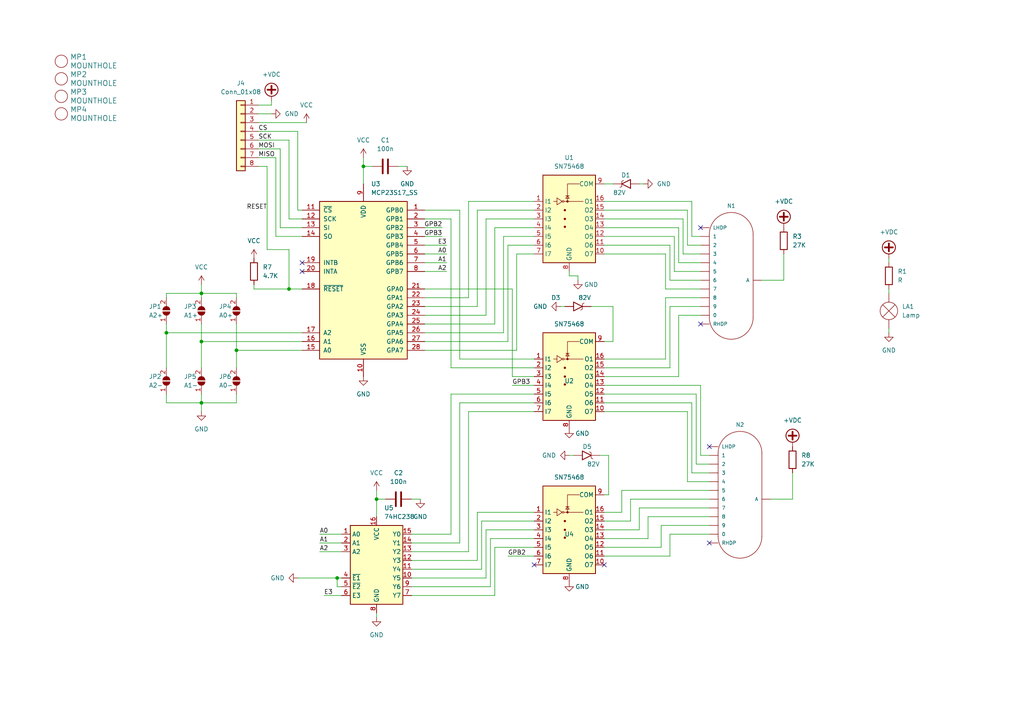
<source format=kicad_sch>
(kicad_sch (version 20230121) (generator eeschema)
  (paper "A4")
  (title_block (date "2017-06-29"))
  (lib_symbols
    (symbol "74xx:74HC238"
      (property "Reference" "U" (at -7.62 13.97 0))
      (property "Value" "74HC238" (at 2.54 -11.43 0))
      (symbol "74HC238_0_1"
        (rectangle (start -7.62 12.7) (end 7.62 -10.16) (stroke (width 0.254)) (fill (type background)))
      )
      (symbol "74HC238_1_1"
        (pin input line (at -10.16 10.16 0) (length 2.54) (name "A0") (number "1"))
        (pin output line (at 10.16 -2.54 180) (length 2.54) (name "Y5") (number "10"))
        (pin output line (at 10.16 0 180) (length 2.54) (name "Y4") (number "11"))
        (pin output line (at 10.16 2.54 180) (length 2.54) (name "Y3") (number "12"))
        (pin output line (at 10.16 5.08 180) (length 2.54) (name "Y2") (number "13"))
        (pin output line (at 10.16 7.62 180) (length 2.54) (name "Y1") (number "14"))
        (pin output line (at 10.16 10.16 180) (length 2.54) (name "Y0") (number "15"))
        (pin power_in line (at 0 15.24 270) (length 2.54) (name "VCC") (number "16"))
        (pin input line (at -10.16 7.62 0) (length 2.54) (name "A1") (number "2"))
        (pin input line (at -10.16 5.08 0) (length 2.54) (name "A2") (number "3"))
        (pin input line (at -10.16 -2.54 0) (length 2.54) (name "~{E1}") (number "4"))
        (pin input line (at -10.16 -5.08 0) (length 2.54) (name "~{E2}") (number "5"))
        (pin input line (at -10.16 -7.62 0) (length 2.54) (name "E3") (number "6"))
        (pin output line (at 10.16 -7.62 180) (length 2.54) (name "Y7") (number "7"))
        (pin power_in line (at 0 -12.7 90) (length 2.54) (name "GND") (number "8"))
        (pin output line (at 10.16 -5.08 180) (length 2.54) (name "Y6") (number "9"))
      )
    )
    (symbol "Connector_Generic:Conn_01x08" (pin_names (offset 1.016) hide)
      (property "Reference" "J" (at 0 10.16 0))
      (property "Value" "Conn_01x08" (at 0 -12.7 0))
      (symbol "Conn_01x08_1_1"
        (rectangle (start -1.27 -10.033) (end 0 -10.287) (stroke (width 0.1524)))
        (rectangle (start -1.27 -7.493) (end 0 -7.747) (stroke (width 0.1524)))
        (rectangle (start -1.27 -4.953) (end 0 -5.207) (stroke (width 0.1524)))
        (rectangle (start -1.27 -2.413) (end 0 -2.667) (stroke (width 0.1524)))
        (rectangle (start -1.27 0.127) (end 0 -0.127) (stroke (width 0.1524)))
        (rectangle (start -1.27 2.667) (end 0 2.413) (stroke (width 0.1524)))
        (rectangle (start -1.27 5.207) (end 0 4.953) (stroke (width 0.1524)))
        (rectangle (start -1.27 7.747) (end 0 7.493) (stroke (width 0.1524)))
        (rectangle (start -1.27 8.89) (end 1.27 -11.43) (stroke (width 0.254)) (fill (type background)))
        (pin passive line (at -5.08 7.62 0) (length 3.81) (name "Pin_1") (number "1"))
        (pin passive line (at -5.08 5.08 0) (length 3.81) (name "Pin_2") (number "2"))
        (pin passive line (at -5.08 2.54 0) (length 3.81) (name "Pin_3") (number "3"))
        (pin passive line (at -5.08 0 0) (length 3.81) (name "Pin_4") (number "4"))
        (pin passive line (at -5.08 -2.54 0) (length 3.81) (name "Pin_5") (number "5"))
        (pin passive line (at -5.08 -5.08 0) (length 3.81) (name "Pin_6") (number "6"))
        (pin passive line (at -5.08 -7.62 0) (length 3.81) (name "Pin_7") (number "7"))
        (pin passive line (at -5.08 -10.16 0) (length 3.81) (name "Pin_8") (number "8"))
      )
    )
    (symbol "D_Zener_SOT23_1" (pin_numbers hide) (pin_names (offset 1.016) hide)
      (property "Reference" "D" (at 0 2.54 0))
      (property "Value" "D_Zener" (at 0 -2.54 0))
      (symbol "D_Zener_SOT23_1_0_1"
        (polyline (pts (xy -1.27 0) (xy -1.27 -0.762) (xy -1.778 -1.016)))
        (polyline (pts (xy -1.27 0) (xy -1.27 0.762) (xy -0.762 1.016)))
        (polyline (pts (xy 1.27 -1.27) (xy 1.27 1.27) (xy -1.27 0) (xy 1.27 -1.27)) (stroke (width 0.254)))
      )
      (symbol "D_Zener_SOT23_1_1_1"
        (pin passive line (at 3.81 0 180) (length 2.54) (name "A") (number "1"))
        (pin no_connect line (at -1.016 -4.064 180) (length 2.54) hide (name "DUMMY") (number "2"))
        (pin passive line (at -3.81 0 0) (length 2.54) (name "K") (number "3"))
      )
    )
    (symbol "D_Zener_SOT23_2" (pin_numbers hide) (pin_names (offset 1.016) hide)
      (property "Reference" "D" (at 0 2.54 0))
      (property "Value" "D_Zener" (at 0 -2.54 0))
      (symbol "D_Zener_SOT23_2_0_1"
        (polyline (pts (xy -1.27 0) (xy -1.27 -0.762) (xy -1.778 -1.016)))
        (polyline (pts (xy -1.27 0) (xy -1.27 0.762) (xy -0.762 1.016)))
        (polyline (pts (xy 1.27 -1.27) (xy 1.27 1.27) (xy -1.27 0) (xy 1.27 -1.27)) (stroke (width 0.254)))
      )
      (symbol "D_Zener_SOT23_2_1_1"
        (pin passive line (at 3.81 0 180) (length 2.54) (name "A") (number "1"))
        (pin no_connect line (at -1.016 -4.064 180) (length 2.54) hide (name "DUMMY") (number "2"))
        (pin passive line (at -3.81 0 0) (length 2.54) (name "K") (number "3"))
      )
    )
    (symbol "Device:C" (pin_numbers hide) (pin_names (offset 0.254))
      (property "Reference" "C" (at 0.635 2.54 0))
      (property "Value" "C" (at 0.635 -2.54 0))
      (symbol "C_0_1"
        (polyline (pts (xy -2.032 -0.762) (xy 2.032 -0.762)) (stroke (width 0.508)))
        (polyline (pts (xy -2.032 0.762) (xy 2.032 0.762)) (stroke (width 0.508)))
      )
      (symbol "C_1_1"
        (pin passive line (at 0 3.81 270) (length 2.794) (name "~") (number "1"))
        (pin passive line (at 0 -3.81 90) (length 2.794) (name "~") (number "2"))
      )
    )
    (symbol "Device:Lamp" (pin_numbers hide) (pin_names (offset 0.0254) hide)
      (property "Reference" "LA" (at 0.635 3.81 0))
      (property "Value" "Lamp" (at 0.635 -3.81 0))
      (symbol "Lamp_0_1"
        (polyline (pts (xy -1.778 1.778) (xy 1.778 -1.778)))
        (polyline (pts (xy 1.778 1.778) (xy -1.778 -1.778)))
        (circle (center 0 0) (radius 2.54))
      )
      (symbol "Lamp_1_1"
        (pin passive line (at 0 -5.08 90) (length 2.54) (name "-") (number "1"))
        (pin passive line (at 0 5.08 270) (length 2.54) (name "+") (number "2"))
      )
    )
    (symbol "Device:R" (pin_numbers hide) (pin_names (offset 0))
      (property "Reference" "R" (at 2.032 0 90))
      (property "Value" "R" (at 0 0 90))
      (symbol "R_0_1"
        (rectangle (start -1.016 -2.54) (end 1.016 2.54) (stroke (width 0.254)))
      )
      (symbol "R_1_1"
        (pin passive line (at 0 3.81 270) (length 1.27) (name "~") (number "1"))
        (pin passive line (at 0 -3.81 90) (length 1.27) (name "~") (number "2"))
      )
    )
    (symbol "Interface_Expansion:MCP23S17_SS" (pin_names (offset 1.016))
      (property "Reference" "U" (at -11.43 24.13 0))
      (property "Value" "MCP23S17_SS" (at 0 0 0))
      (symbol "MCP23S17_SS_0_1"
        (rectangle (start -12.7 22.86) (end 12.7 -22.86) (stroke (width 0.254)) (fill (type background)))
      )
      (symbol "MCP23S17_SS_1_1"
        (pin bidirectional line (at 17.78 20.32 180) (length 5.08) (name "GPB0") (number "1"))
        (pin power_in line (at 0 -27.94 90) (length 5.08) (name "VSS") (number "10"))
        (pin input line (at -17.78 20.32 0) (length 5.08) (name "~{CS}") (number "11"))
        (pin input line (at -17.78 17.78 0) (length 5.08) (name "SCK") (number "12"))
        (pin input line (at -17.78 15.24 0) (length 5.08) (name "SI") (number "13"))
        (pin output line (at -17.78 12.7 0) (length 5.08) (name "SO") (number "14"))
        (pin input line (at -17.78 -20.32 0) (length 5.08) (name "A0") (number "15"))
        (pin input line (at -17.78 -17.78 0) (length 5.08) (name "A1") (number "16"))
        (pin input line (at -17.78 -15.24 0) (length 5.08) (name "A2") (number "17"))
        (pin input line (at -17.78 -2.54 0) (length 5.08) (name "~{RESET}") (number "18"))
        (pin tri_state line (at -17.78 5.08 0) (length 5.08) (name "INTB") (number "19"))
        (pin bidirectional line (at 17.78 17.78 180) (length 5.08) (name "GPB1") (number "2"))
        (pin tri_state line (at -17.78 2.54 0) (length 5.08) (name "INTA") (number "20"))
        (pin bidirectional line (at 17.78 -2.54 180) (length 5.08) (name "GPA0") (number "21"))
        (pin bidirectional line (at 17.78 -5.08 180) (length 5.08) (name "GPA1") (number "22"))
        (pin bidirectional line (at 17.78 -7.62 180) (length 5.08) (name "GPA2") (number "23"))
        (pin bidirectional line (at 17.78 -10.16 180) (length 5.08) (name "GPA3") (number "24"))
        (pin bidirectional line (at 17.78 -12.7 180) (length 5.08) (name "GPA4") (number "25"))
        (pin bidirectional line (at 17.78 -15.24 180) (length 5.08) (name "GPA5") (number "26"))
        (pin bidirectional line (at 17.78 -17.78 180) (length 5.08) (name "GPA6") (number "27"))
        (pin bidirectional line (at 17.78 -20.32 180) (length 5.08) (name "GPA7") (number "28"))
        (pin bidirectional line (at 17.78 15.24 180) (length 5.08) (name "GPB2") (number "3"))
        (pin bidirectional line (at 17.78 12.7 180) (length 5.08) (name "GPB3") (number "4"))
        (pin bidirectional line (at 17.78 10.16 180) (length 5.08) (name "GPB4") (number "5"))
        (pin bidirectional line (at 17.78 7.62 180) (length 5.08) (name "GPB5") (number "6"))
        (pin bidirectional line (at 17.78 5.08 180) (length 5.08) (name "GPB6") (number "7"))
        (pin bidirectional line (at 17.78 2.54 180) (length 5.08) (name "GPB7") (number "8"))
        (pin power_in line (at 0 27.94 270) (length 5.08) (name "VDD") (number "9"))
      )
    )
    (symbol "Jumper:SolderJumper_2_Open" (pin_names (offset 0) hide)
      (property "Reference" "JP" (at 0 2.032 0))
      (property "Value" "SolderJumper_2_Open" (at 0 -2.54 0))
      (symbol "SolderJumper_2_Open_0_1"
        (arc (start -0.254 1.016) (mid -1.2656 0) (end -0.254 -1.016))
        (arc (start -0.254 1.016) (mid -1.2656 0) (end -0.254 -1.016) (fill (type outline)))
        (polyline (pts (xy -0.254 1.016) (xy -0.254 -1.016)))
        (polyline (pts (xy 0.254 1.016) (xy 0.254 -1.016)))
        (arc (start 0.254 -1.016) (mid 1.2656 0) (end 0.254 1.016))
        (arc (start 0.254 -1.016) (mid 1.2656 0) (end 0.254 1.016) (fill (type outline)))
      )
      (symbol "SolderJumper_2_Open_1_1"
        (pin passive line (at -3.81 0 0) (length 2.54) (name "A") (number "1"))
        (pin passive line (at 3.81 0 180) (length 2.54) (name "B") (number "2"))
      )
    )
    (symbol "KevinsLib:IN-1" (pin_numbers hide) (pin_names (offset 1.016))
      (property "Reference" "N" (at -5.715 20.955 0))
      (symbol "IN-1_1_0"
        (polyline (pts (xy -7.62 -10.795) (xy -7.62 13.335)))
        (polyline (pts (xy 5.08 -10.795) (xy 5.08 13.335)))
      )
      (symbol "IN-1_1_1"
        (arc (start -7.62 -10.795) (mid -1.27 -17.1174) (end 5.08 -10.795))
        (arc (start 5.08 13.335) (mid -1.27 19.6574) (end -7.62 13.335))
        (pin bidirectional line (at -10.16 -10.16 0) (length 2.54) (name "0") (number "0"))
        (pin bidirectional line (at -10.16 12.7 0) (length 2.54) (name "1") (number "1"))
        (pin bidirectional line (at -10.16 10.16 0) (length 2.54) (name "2") (number "2"))
        (pin bidirectional line (at -10.16 7.62 0) (length 2.54) (name "3") (number "3"))
        (pin bidirectional line (at -10.16 5.08 0) (length 2.54) (name "4") (number "4"))
        (pin bidirectional line (at -10.16 2.54 0) (length 2.54) (name "5") (number "5"))
        (pin bidirectional line (at -10.16 0 0) (length 2.54) (name "6") (number "6"))
        (pin bidirectional line (at -10.16 -2.54 0) (length 2.54) (name "7") (number "7"))
        (pin bidirectional line (at -10.16 -5.08 0) (length 2.54) (name "8") (number "8"))
        (pin bidirectional line (at -10.16 -7.62 0) (length 2.54) (name "9") (number "9"))
        (pin bidirectional line (at 7.62 0 180) (length 2.54) (name "A") (number "A"))
        (pin bidirectional line (at -10.16 15.24 0) (length 2.54) (name "LHDP") (number "LHDP"))
        (pin bidirectional line (at -10.16 -12.7 0) (length 2.54) (name "RHDP") (number "RHDP"))
      )
    )
    (symbol "KevinsLib:MOUNTHOLE" (pin_names (offset 1.016))
      (property "Reference" "MP" (at 0 -3.81 0))
      (property "Value" "MOUNTHOLE" (at 0 3.81 0))
      (symbol "MOUNTHOLE_0_1"
        (circle (center 0 0) (radius 1.8034))
      )
    )
    (symbol "Transistor_Array:ULN2003A"
      (property "Reference" "U" (at 0 15.875 0))
      (property "Value" "ULN2003A" (at 0 13.97 0))
      (symbol "ULN2003A_0_1"
        (rectangle (start -7.62 -12.7) (end 7.62 12.7) (stroke (width 0.254)) (fill (type background)))
        (circle (center -1.778 5.08) (radius 0.254))
        (circle (center -1.27 -2.286) (radius 0.254) (fill (type outline)))
        (circle (center -1.27 0) (radius 0.254) (fill (type outline)))
        (circle (center -1.27 2.54) (radius 0.254) (fill (type outline)))
        (circle (center -0.508 5.08) (radius 0.254) (fill (type outline)))
        (polyline (pts (xy -4.572 5.08) (xy -3.556 5.08)))
        (polyline (pts (xy -1.524 5.08) (xy 4.064 5.08)))
        (polyline (pts (xy 0 6.731) (xy -1.016 6.731)))
        (polyline (pts (xy -0.508 5.08) (xy -0.508 10.16) (xy 2.921 10.16)))
        (polyline (pts (xy -3.556 6.096) (xy -3.556 4.064) (xy -2.032 5.08) (xy -3.556 6.096)))
        (polyline (pts (xy 0 5.969) (xy -1.016 5.969) (xy -0.508 6.731) (xy 0 5.969)))
      )
      (symbol "ULN2003A_1_1"
        (pin input line (at -10.16 5.08 0) (length 2.54) (name "I1") (number "1"))
        (pin open_collector line (at 10.16 -10.16 180) (length 2.54) (name "O7") (number "10"))
        (pin open_collector line (at 10.16 -7.62 180) (length 2.54) (name "O6") (number "11"))
        (pin open_collector line (at 10.16 -5.08 180) (length 2.54) (name "O5") (number "12"))
        (pin open_collector line (at 10.16 -2.54 180) (length 2.54) (name "O4") (number "13"))
        (pin open_collector line (at 10.16 0 180) (length 2.54) (name "O3") (number "14"))
        (pin open_collector line (at 10.16 2.54 180) (length 2.54) (name "O2") (number "15"))
        (pin open_collector line (at 10.16 5.08 180) (length 2.54) (name "O1") (number "16"))
        (pin input line (at -10.16 2.54 0) (length 2.54) (name "I2") (number "2"))
        (pin input line (at -10.16 0 0) (length 2.54) (name "I3") (number "3"))
        (pin input line (at -10.16 -2.54 0) (length 2.54) (name "I4") (number "4"))
        (pin input line (at -10.16 -5.08 0) (length 2.54) (name "I5") (number "5"))
        (pin input line (at -10.16 -7.62 0) (length 2.54) (name "I6") (number "6"))
        (pin input line (at -10.16 -10.16 0) (length 2.54) (name "I7") (number "7"))
        (pin power_in line (at 0 -15.24 90) (length 2.54) (name "GND") (number "8"))
        (pin passive line (at 10.16 10.16 180) (length 2.54) (name "COM") (number "9"))
      )
    )
    (symbol "power:+VDC" (power) (pin_names (offset 0))
      (property "Value" "+VDC" (at 0 6.35 0))
      (symbol "+VDC_0_1"
        (polyline (pts (xy -1.143 3.175) (xy 1.143 3.175)) (stroke (width 0.508)))
        (polyline (pts (xy 0 0) (xy 0 1.27)))
        (polyline (pts (xy 0 2.032) (xy 0 4.318)) (stroke (width 0.508)))
        (circle (center 0 3.175) (radius 1.905) (stroke (width 0.254)))
      )
      (symbol "+VDC_1_1"
        (pin power_in line (at 0 0 90) (length 0) hide (name "+VDC") (number "1"))
      )
    )
    (symbol "power:GND" (power) (pin_names (offset 0))
      (property "Value" "GND" (at 0 -3.81 0))
      (symbol "GND_0_1"
        (polyline (pts (xy 0 0) (xy 0 -1.27) (xy 1.27 -1.27) (xy 0 -2.54) (xy -1.27 -1.27) (xy 0 -1.27)))
      )
      (symbol "GND_1_1"
        (pin power_in line (at 0 0 270) (length 0) hide (name "GND") (number "1"))
      )
    )
    (symbol "power:VCC" (power) (pin_names (offset 0))
      (property "Value" "VCC" (at 0 3.81 0))
      (symbol "VCC_0_1"
        (polyline (pts (xy -0.762 1.27) (xy 0 2.54)))
        (polyline (pts (xy 0 0) (xy 0 2.54)))
        (polyline (pts (xy 0 2.54) (xy 0.762 1.27)))
      )
      (symbol "VCC_1_1"
        (pin power_in line (at 0 0 90) (length 0) hide (name "VCC") (number "1"))
      )
    )
  )
  (junction (at 58.42 85.09))
  (junction (at 68.58 101.6))
  (junction (at 58.42 99.06))
  (junction (at 105.41 48.26))
  (junction (at 58.42 116.84))
  (junction (at 97.79 167.64))
  (junction (at 109.22 144.78))
  (junction (at 83.82 83.82))
  (junction (at 48.26 96.52))
  (no_connect (at 154.94 163.83))
  (no_connect (at 87.63 78.74))
  (no_connect (at 203.2 93.98))
  (no_connect (at 87.63 76.2))
  (no_connect (at 205.74 129.54))
  (no_connect (at 175.26 163.83))
  (no_connect (at 205.74 157.48))
  (no_connect (at 203.2 66.04))
  (wire (pts (xy 180.34 148.59) (xy 180.34 142.24)))
  (wire (pts (xy 194.31 106.68) (xy 175.26 106.68)))
  (wire (pts (xy 123.19 86.36) (xy 135.89 86.36)))
  (wire (pts (xy 199.39 60.96) (xy 199.39 71.12)))
  (wire (pts (xy 74.93 30.48) (xy 78.74 30.48)))
  (wire (pts (xy 176.53 132.08) (xy 173.99 132.08)))
  (wire (pts (xy 48.26 93.98) (xy 48.26 96.52)))
  (wire (pts (xy 48.26 114.3) (xy 48.26 116.84)))
  (wire (pts (xy 175.26 68.58) (xy 195.58 68.58)))
  (wire (pts (xy 135.89 58.42) (xy 154.94 58.42)))
  (wire (pts (xy 201.93 134.62) (xy 205.74 134.62)))
  (wire (pts (xy 68.58 85.09) (xy 68.58 86.36)))
  (wire (pts (xy 175.26 148.59) (xy 180.34 148.59)))
  (wire (pts (xy 175.26 116.84) (xy 200.66 116.84)))
  (wire (pts (xy 133.35 60.96) (xy 133.35 104.14)))
  (wire (pts (xy 175.26 60.96) (xy 199.39 60.96)))
  (wire (pts (xy 58.42 93.98) (xy 58.42 99.06)))
  (wire (pts (xy 74.93 35.56) (xy 88.9 35.56)))
  (wire (pts (xy 48.26 85.09) (xy 58.42 85.09)))
  (wire (pts (xy 123.19 96.52) (xy 146.05 96.52)))
  (wire (pts (xy 191.77 158.75) (xy 191.77 152.4)))
  (wire (pts (xy 58.42 85.09) (xy 68.58 85.09)))
  (wire (pts (xy 119.38 167.64) (xy 140.97 167.64)))
  (wire (pts (xy 92.71 157.48) (xy 99.06 157.48)))
  (wire (pts (xy 58.42 114.3) (xy 58.42 116.84)))
  (wire (pts (xy 123.19 78.74) (xy 129.54 78.74)))
  (wire (pts (xy 139.7 165.1) (xy 139.7 151.13)))
  (wire (pts (xy 119.38 154.94) (xy 130.81 154.94)))
  (wire (pts (xy 175.26 111.76) (xy 203.2 111.76)))
  (wire (pts (xy 123.19 76.2) (xy 129.54 76.2)))
  (wire (pts (xy 68.58 116.84) (xy 58.42 116.84)))
  (wire (pts (xy 73.66 82.55) (xy 73.66 83.82)))
  (wire (pts (xy 77.47 72.39) (xy 83.82 72.39)))
  (wire (pts (xy 87.63 101.6) (xy 68.58 101.6)))
  (wire (pts (xy 86.36 60.96) (xy 87.63 60.96)))
  (wire (pts (xy 139.7 151.13) (xy 154.94 151.13)))
  (wire (pts (xy 196.85 66.04) (xy 196.85 76.2)))
  (wire (pts (xy 198.12 73.66) (xy 203.2 73.66)))
  (wire (pts (xy 138.43 162.56) (xy 138.43 148.59)))
  (wire (pts (xy 142.24 170.18) (xy 142.24 156.21)))
  (wire (pts (xy 175.26 161.29) (xy 194.31 161.29)))
  (wire (pts (xy 48.26 85.09) (xy 48.26 86.36)))
  (wire (pts (xy 105.41 45.72) (xy 105.41 48.26)))
  (wire (pts (xy 140.97 63.5) (xy 154.94 63.5)))
  (wire (pts (xy 194.31 88.9) (xy 203.2 88.9)))
  (wire (pts (xy 123.19 83.82) (xy 148.59 83.82)))
  (wire (pts (xy 83.82 83.82) (xy 87.63 83.82)))
  (wire (pts (xy 119.38 172.72) (xy 143.51 172.72)))
  (wire (pts (xy 142.24 156.21) (xy 154.94 156.21)))
  (wire (pts (xy 175.26 99.06) (xy 177.8 99.06)))
  (wire (pts (xy 185.42 53.34) (xy 186.69 53.34)))
  (wire (pts (xy 196.85 91.44) (xy 196.85 109.22)))
  (wire (pts (xy 133.35 116.84) (xy 154.94 116.84)))
  (wire (pts (xy 105.41 48.26) (xy 105.41 53.34)))
  (wire (pts (xy 146.05 96.52) (xy 146.05 68.58)))
  (wire (pts (xy 167.64 80.01) (xy 165.1 80.01)))
  (wire (pts (xy 109.22 177.8) (xy 109.22 179.07)))
  (wire (pts (xy 182.88 151.13) (xy 182.88 144.78)))
  (wire (pts (xy 257.81 74.93) (xy 257.81 76.2)))
  (wire (pts (xy 148.59 111.76) (xy 154.94 111.76)))
  (wire (pts (xy 68.58 101.6) (xy 68.58 106.68)))
  (wire (pts (xy 229.87 144.78) (xy 229.87 137.16)))
  (wire (pts (xy 135.89 86.36) (xy 135.89 58.42)))
  (wire (pts (xy 130.81 114.3) (xy 154.94 114.3)))
  (wire (pts (xy 166.37 132.08) (xy 165.1 132.08)))
  (wire (pts (xy 143.51 66.04) (xy 154.94 66.04)))
  (wire (pts (xy 163.83 88.9) (xy 162.56 88.9)))
  (wire (pts (xy 187.96 156.21) (xy 187.96 149.86)))
  (wire (pts (xy 191.77 152.4) (xy 205.74 152.4)))
  (wire (pts (xy 92.71 154.94) (xy 99.06 154.94)))
  (wire (pts (xy 119.38 157.48) (xy 133.35 157.48)))
  (wire (pts (xy 194.31 161.29) (xy 194.31 154.94)))
  (wire (pts (xy 194.31 81.28) (xy 203.2 81.28)))
  (wire (pts (xy 193.04 86.36) (xy 203.2 86.36)))
  (wire (pts (xy 201.93 114.3) (xy 201.93 134.62)))
  (wire (pts (xy 81.28 66.04) (xy 87.63 66.04)))
  (wire (pts (xy 194.31 154.94) (xy 205.74 154.94)))
  (wire (pts (xy 175.26 53.34) (xy 177.8 53.34)))
  (wire (pts (xy 175.26 63.5) (xy 198.12 63.5)))
  (wire (pts (xy 177.8 99.06) (xy 177.8 88.9)))
  (wire (pts (xy 133.35 157.48) (xy 133.35 116.84)))
  (wire (pts (xy 198.12 63.5) (xy 198.12 73.66)))
  (wire (pts (xy 203.2 111.76) (xy 203.2 132.08)))
  (wire (pts (xy 193.04 104.14) (xy 175.26 104.14)))
  (wire (pts (xy 123.19 63.5) (xy 130.81 63.5)))
  (wire (pts (xy 176.53 143.51) (xy 176.53 132.08)))
  (wire (pts (xy 187.96 149.86) (xy 205.74 149.86)))
  (wire (pts (xy 97.79 167.64) (xy 97.79 170.18)))
  (wire (pts (xy 48.26 96.52) (xy 48.26 106.68)))
  (wire (pts (xy 133.35 104.14) (xy 154.94 104.14)))
  (wire (pts (xy 138.43 88.9) (xy 138.43 60.96)))
  (wire (pts (xy 58.42 85.09) (xy 58.42 86.36)))
  (wire (pts (xy 175.26 114.3) (xy 201.93 114.3)))
  (wire (pts (xy 177.8 88.9) (xy 171.45 88.9)))
  (wire (pts (xy 147.32 161.29) (xy 154.94 161.29)))
  (wire (pts (xy 135.89 160.02) (xy 135.89 119.38)))
  (wire (pts (xy 196.85 76.2) (xy 203.2 76.2)))
  (wire (pts (xy 119.38 144.78) (xy 121.92 144.78)))
  (wire (pts (xy 58.42 99.06) (xy 58.42 106.68)))
  (wire (pts (xy 200.66 68.58) (xy 203.2 68.58)))
  (wire (pts (xy 199.39 139.7) (xy 205.74 139.7)))
  (wire (pts (xy 123.19 66.04) (xy 128.27 66.04)))
  (wire (pts (xy 257.81 83.82) (xy 257.81 85.09)))
  (wire (pts (xy 86.36 167.64) (xy 97.79 167.64)))
  (wire (pts (xy 119.38 162.56) (xy 138.43 162.56)))
  (wire (pts (xy 227.33 81.28) (xy 227.33 73.66)))
  (wire (pts (xy 74.93 43.18) (xy 81.28 43.18)))
  (wire (pts (xy 109.22 144.78) (xy 109.22 149.86)))
  (wire (pts (xy 193.04 73.66) (xy 193.04 83.82)))
  (wire (pts (xy 99.06 167.64) (xy 97.79 167.64)))
  (wire (pts (xy 123.19 60.96) (xy 133.35 60.96)))
  (wire (pts (xy 83.82 63.5) (xy 87.63 63.5)))
  (wire (pts (xy 199.39 71.12) (xy 203.2 71.12)))
  (wire (pts (xy 175.26 66.04) (xy 196.85 66.04)))
  (wire (pts (xy 74.93 45.72) (xy 80.01 45.72)))
  (wire (pts (xy 196.85 109.22) (xy 175.26 109.22)))
  (wire (pts (xy 175.26 153.67) (xy 185.42 153.67)))
  (wire (pts (xy 203.2 132.08) (xy 205.74 132.08)))
  (wire (pts (xy 149.86 101.6) (xy 149.86 73.66)))
  (wire (pts (xy 149.86 73.66) (xy 154.94 73.66)))
  (wire (pts (xy 175.26 151.13) (xy 182.88 151.13)))
  (wire (pts (xy 147.32 71.12) (xy 154.94 71.12)))
  (wire (pts (xy 167.64 81.28) (xy 167.64 80.01)))
  (wire (pts (xy 119.38 160.02) (xy 135.89 160.02)))
  (wire (pts (xy 138.43 60.96) (xy 154.94 60.96)))
  (wire (pts (xy 123.19 93.98) (xy 143.51 93.98)))
  (wire (pts (xy 140.97 91.44) (xy 140.97 63.5)))
  (wire (pts (xy 143.51 158.75) (xy 154.94 158.75)))
  (wire (pts (xy 77.47 48.26) (xy 77.47 72.39)))
  (wire (pts (xy 175.26 119.38) (xy 199.39 119.38)))
  (wire (pts (xy 123.19 68.58) (xy 128.27 68.58)))
  (wire (pts (xy 175.26 58.42) (xy 200.66 58.42)))
  (wire (pts (xy 83.82 72.39) (xy 83.82 83.82)))
  (wire (pts (xy 165.1 78.74) (xy 165.1 80.01)))
  (wire (pts (xy 123.19 71.12) (xy 129.54 71.12)))
  (wire (pts (xy 175.26 143.51) (xy 176.53 143.51)))
  (wire (pts (xy 194.31 88.9) (xy 194.31 106.68)))
  (wire (pts (xy 185.42 153.67) (xy 185.42 147.32)))
  (wire (pts (xy 74.93 38.1) (xy 86.36 38.1)))
  (wire (pts (xy 194.31 71.12) (xy 194.31 81.28)))
  (wire (pts (xy 143.51 172.72) (xy 143.51 158.75)))
  (wire (pts (xy 119.38 170.18) (xy 142.24 170.18)))
  (wire (pts (xy 180.34 142.24) (xy 205.74 142.24)))
  (wire (pts (xy 74.93 33.02) (xy 78.74 33.02)))
  (wire (pts (xy 130.81 63.5) (xy 130.81 106.68)))
  (wire (pts (xy 123.19 101.6) (xy 149.86 101.6)))
  (wire (pts (xy 257.81 95.25) (xy 257.81 96.52)))
  (wire (pts (xy 147.32 99.06) (xy 147.32 71.12)))
  (wire (pts (xy 74.93 48.26) (xy 77.47 48.26)))
  (wire (pts (xy 48.26 116.84) (xy 58.42 116.84)))
  (wire (pts (xy 68.58 114.3) (xy 68.58 116.84)))
  (wire (pts (xy 115.57 48.26) (xy 118.11 48.26)))
  (wire (pts (xy 123.19 73.66) (xy 129.54 73.66)))
  (wire (pts (xy 135.89 119.38) (xy 154.94 119.38)))
  (wire (pts (xy 196.85 91.44) (xy 203.2 91.44)))
  (wire (pts (xy 58.42 82.55) (xy 58.42 85.09)))
  (wire (pts (xy 123.19 91.44) (xy 140.97 91.44)))
  (wire (pts (xy 223.52 144.78) (xy 229.87 144.78)))
  (wire (pts (xy 109.22 144.78) (xy 111.76 144.78)))
  (wire (pts (xy 220.98 81.28) (xy 227.33 81.28)))
  (wire (pts (xy 148.59 83.82) (xy 148.59 109.22)))
  (wire (pts (xy 175.26 156.21) (xy 187.96 156.21)))
  (wire (pts (xy 73.66 83.82) (xy 83.82 83.82)))
  (wire (pts (xy 200.66 58.42) (xy 200.66 68.58)))
  (wire (pts (xy 199.39 119.38) (xy 199.39 139.7)))
  (wire (pts (xy 123.19 88.9) (xy 138.43 88.9)))
  (wire (pts (xy 92.71 160.02) (xy 99.06 160.02)))
  (wire (pts (xy 175.26 73.66) (xy 193.04 73.66)))
  (wire (pts (xy 58.42 116.84) (xy 58.42 119.38)))
  (wire (pts (xy 105.41 48.26) (xy 107.95 48.26)))
  (wire (pts (xy 148.59 109.22) (xy 154.94 109.22)))
  (wire (pts (xy 68.58 93.98) (xy 68.58 101.6)))
  (wire (pts (xy 200.66 116.84) (xy 200.66 137.16)))
  (wire (pts (xy 143.51 93.98) (xy 143.51 66.04)))
  (wire (pts (xy 78.74 30.48) (xy 78.74 29.21)))
  (wire (pts (xy 140.97 153.67) (xy 154.94 153.67)))
  (wire (pts (xy 123.19 99.06) (xy 147.32 99.06)))
  (wire (pts (xy 130.81 154.94) (xy 130.81 114.3)))
  (wire (pts (xy 138.43 148.59) (xy 154.94 148.59)))
  (wire (pts (xy 193.04 86.36) (xy 193.04 104.14)))
  (wire (pts (xy 195.58 78.74) (xy 203.2 78.74)))
  (wire (pts (xy 81.28 43.18) (xy 81.28 66.04)))
  (wire (pts (xy 175.26 71.12) (xy 194.31 71.12)))
  (wire (pts (xy 185.42 147.32) (xy 205.74 147.32)))
  (wire (pts (xy 119.38 165.1) (xy 139.7 165.1)))
  (wire (pts (xy 130.81 106.68) (xy 154.94 106.68)))
  (wire (pts (xy 146.05 68.58) (xy 154.94 68.58)))
  (wire (pts (xy 87.63 99.06) (xy 58.42 99.06)))
  (wire (pts (xy 86.36 38.1) (xy 86.36 60.96)))
  (wire (pts (xy 87.63 96.52) (xy 48.26 96.52)))
  (wire (pts (xy 83.82 40.64) (xy 83.82 63.5)))
  (wire (pts (xy 74.93 40.64) (xy 83.82 40.64)))
  (wire (pts (xy 93.98 172.72) (xy 99.06 172.72)))
  (wire (pts (xy 200.66 137.16) (xy 205.74 137.16)))
  (wire (pts (xy 193.04 83.82) (xy 203.2 83.82)))
  (wire (pts (xy 195.58 68.58) (xy 195.58 78.74)))
  (wire (pts (xy 182.88 144.78) (xy 205.74 144.78)))
  (wire (pts (xy 175.26 158.75) (xy 191.77 158.75)))
  (wire (pts (xy 80.01 68.58) (xy 87.63 68.58)))
  (wire (pts (xy 109.22 142.24) (xy 109.22 144.78)))
  (wire (pts (xy 97.79 170.18) (xy 99.06 170.18)))
  (wire (pts (xy 80.01 45.72) (xy 80.01 68.58)))
  (wire (pts (xy 140.97 167.64) (xy 140.97 153.67)))
  (label "MOSI" (at 74.93 43.18 0))
  (label "CS" (at 74.93 38.1 0))
  (label "GPB2" (at 147.32 161.29 0))
  (label "A1" (at 92.71 157.48 0))
  (label "A0" (at 92.71 154.94 0))
  (label "GPB3" (at 148.59 111.76 0))
  (label "A2" (at 92.71 160.02 0))
  (label "A1" (at 129.54 76.2 180))
  (label "GPB2" (at 128.27 66.04 180))
  (label "E3" (at 93.98 172.72 0))
  (label "RESET" (at 77.47 60.96 180))
  (label "A0" (at 129.54 73.66 180))
  (label "SCK" (at 74.93 40.64 0))
  (label "MISO" (at 74.93 45.72 0))
  (label "GPB3" (at 128.27 68.58 180))
  (label "A2" (at 129.54 78.74 180))
  (label "E3" (at 129.54 71.12 180))
  (symbol (lib_id "Device:R") (at 229.87 133.35 0) (unit 1)
    (property "Reference" "R8" (at 232.41 132.08 0) (effects (justify left)))
    (property "Value" "27K" (at 232.41 134.62 0) (effects (justify left)))
    (property "Footprint" "Resistor_SMD:R_0805_2012Metric_Pad1.20x1.40mm_HandSolder" (effects hide))
  )
  (symbol (lib_id "power:VCC") (at 105.41 45.72 0) (unit 1)
    (property "Reference" "#PWR06" (effects hide))
    (property "Value" "VCC" (at 105.41 40.64 0))
  )
  (symbol (lib_id "Device:R") (at 257.81 80.01 0) (unit 1)
    (property "Reference" "R1" (at 260.35 78.74 0) (effects (justify left)))
    (property "Value" "R" (at 260.35 81.28 0) (effects (justify left)))
    (property "Footprint" "Resistor_SMD:R_0805_2012Metric_Pad1.20x1.40mm_HandSolder" (effects hide))
  )
  (symbol (lib_id "Jumper:SolderJumper_2_Open") (at 68.58 110.49 90) (unit 1)
    (property "Reference" "JP6" (at 63.5 109.22 90) (effects (justify right)))
    (property "Value" "A0-" (at 63.5 111.76 90) (effects (justify right)))
    (property "Footprint" "Jumper:SolderJumper-2_P1.3mm_Open_TrianglePad1.0x1.5mm" (effects hide))
  )
  (symbol (lib_id "power:GND") (at 121.92 144.78 0) (unit 1)
    (property "Reference" "#PWR019" (effects hide))
    (property "Value" "GND" (at 121.92 149.86 0))
  )
  (symbol (lib_id "Jumper:SolderJumper_2_Open") (at 48.26 110.49 90) (unit 1)
    (property "Reference" "JP2" (at 43.18 109.22 90) (effects (justify right)))
    (property "Value" "A2-" (at 43.18 111.76 90) (effects (justify right)))
    (property "Footprint" "Jumper:SolderJumper-2_P1.3mm_Open_TrianglePad1.0x1.5mm" (effects hide))
  )
  (symbol (lib_id "KevinsLib:MOUNTHOLE") (at 17.78 22.86 0) (unit 1)
    (property "Reference" "MP2" (at 20.32 21.59 0) (effects (font (size 1.524 1.524)) (justify left)))
    (property "Value" "MOUNTHOLE" (at 20.32 24.13 0) (effects (font (size 1.524 1.524)) (justify left)))
    (property "Footprint" "KevinsFootprints:TH-M3" (effects hide))
  )
  (symbol (lib_id "power:GND") (at 165.1 132.08 270) (unit 1)
    (property "Reference" "#PWR010" (effects hide))
    (property "Value" "GND" (at 161.29 132.08 90) (effects (justify right)))
  )
  (symbol (lib_id "power:GND") (at 186.69 53.34 90) (unit 1)
    (property "Reference" "#PWR01" (effects hide))
    (property "Value" "GND" (at 190.5 53.34 90) (effects (justify right)))
  )
  (symbol (lib_id "Jumper:SolderJumper_2_Open") (at 58.42 110.49 90) (unit 1)
    (property "Reference" "JP5" (at 53.34 109.22 90) (effects (justify right)))
    (property "Value" "A1-" (at 53.34 111.76 90) (effects (justify right)))
    (property "Footprint" "Jumper:SolderJumper-2_P1.3mm_Open_TrianglePad1.0x1.5mm" (effects hide))
  )
  (symbol (lib_id "Device:C") (at 111.76 48.26 90) (unit 1)
    (property "Reference" "C1" (at 111.76 40.64 90))
    (property "Value" "100n" (at 111.76 43.18 90))
    (property "Footprint" "Capacitor_SMD:C_0805_2012Metric_Pad1.18x1.45mm_HandSolder" (effects hide))
  )
  (symbol (lib_id "power:GND") (at 165.1 124.46 0) (unit 1)
    (property "Reference" "#PWR022" (effects hide))
    (property "Value" "GND" (at 168.91 125.73 0))
  )
  (symbol (lib_id "power:GND") (at 118.11 48.26 0) (unit 1)
    (property "Reference" "#PWR04" (effects hide))
    (property "Value" "GND" (at 118.11 53.34 0))
  )
  (symbol (lib_id "KevinsLib:IN-1") (at 213.36 81.28 0) (unit 1)
    (property "Reference" "N1" (at 212.09 59.69 0) (effects (font (size 1.143 1.143))))
    (property "Value" "IN-1" (effects hide))
    (property "Footprint" "KevinsFootprints:nixies-us-IN-14" (effects hide))
  )
  (symbol (lib_name "D_Zener_SOT23_2") (lib_id "KevinsLib:D_Zener_SOT23") (at 181.61 53.34 0) (unit 1)
    (property "Reference" "D1" (at 180.1495 50.8 0) (effects (justify left)))
    (property "Value" "82V" (at 177.8 55.88 0) (effects (justify left)))
    (property "Footprint" "KevinsFootprints:Zener_SOT-23-3" (effects hide))
  )
  (symbol (lib_id "power:VCC") (at 73.66 74.93 0) (unit 1)
    (property "Reference" "#PWR07" (effects hide))
    (property "Value" "VCC" (at 73.66 69.85 0))
  )
  (symbol (lib_id "Jumper:SolderJumper_2_Open") (at 58.42 90.17 90) (unit 1)
    (property "Reference" "JP3" (at 53.34 88.9 90) (effects (justify right)))
    (property "Value" "A1+" (at 53.34 91.44 90) (effects (justify right)))
    (property "Footprint" "Jumper:SolderJumper-2_P1.3mm_Open_TrianglePad1.0x1.5mm" (effects hide))
  )
  (symbol (lib_id "Transistor_Array:ULN2003A") (at 165.1 63.5 0) (unit 1)
    (property "Reference" "U1" (at 165.1 45.72 0))
    (property "Value" "SN75468" (at 165.1 48.26 0))
    (property "Footprint" "Package_SO:SOIC-16_3.9x9.9mm_P1.27mm" (effects hide))
    (property "Datasheet" "http://www.ti.com/lit/ds/symlink/uln2003a.pdf" (effects hide))
  )
  (symbol (lib_name "D_Zener_SOT23_1") (lib_id "KevinsLib:D_Zener_SOT23") (at 170.18 132.08 0) (mirror y) (unit 1)
    (property "Reference" "D5" (at 171.6405 129.54 0) (effects (justify left)))
    (property "Value" "82V" (at 173.99 134.62 0) (effects (justify left)))
    (property "Footprint" "KevinsFootprints:Zener_SOT-23-3" (effects hide))
  )
  (symbol (lib_id "KevinsLib:IN-1") (at 215.9 144.78 0) (unit 1)
    (property "Reference" "N2" (at 214.63 123.19 0) (effects (font (size 1.143 1.143))))
    (property "Value" "IN-1" (effects hide))
    (property "Footprint" "KevinsFootprints:nixies-us-IN-14" (effects hide))
  )
  (symbol (lib_id "power:GND") (at 165.1 168.91 0) (unit 1)
    (property "Reference" "#PWR023" (effects hide))
    (property "Value" "GND" (at 168.91 170.18 0))
  )
  (symbol (lib_id "power:+VDC") (at 78.74 29.21 0) (unit 1)
    (property "Reference" "#PWR012" (effects hide))
    (property "Value" "+VDC" (at 78.74 21.59 0))
  )
  (symbol (lib_id "power:+VDC") (at 229.87 129.54 0) (unit 1)
    (property "Reference" "#PWR09" (effects hide))
    (property "Value" "+VDC" (at 229.87 121.92 0))
  )
  (symbol (lib_id "Device:C") (at 115.57 144.78 90) (unit 1)
    (property "Reference" "C2" (at 115.57 137.16 90))
    (property "Value" "100n" (at 115.57 139.7 90))
    (property "Footprint" "Capacitor_SMD:C_0805_2012Metric_Pad1.18x1.45mm_HandSolder" (effects hide))
  )
  (symbol (lib_id "Transistor_Array:ULN2003A") (at 165.1 153.67 0) (unit 1)
    (property "Reference" "U4" (at 165.1 154.94 0))
    (property "Value" "SN75468" (at 165.1 138.43 0))
    (property "Footprint" "Package_SO:SOIC-16_3.9x9.9mm_P1.27mm" (effects hide))
    (property "Datasheet" "http://www.ti.com/lit/ds/symlink/uln2003a.pdf" (effects hide))
  )
  (symbol (lib_id "KevinsLib:MOUNTHOLE") (at 17.78 27.94 0) (unit 1)
    (property "Reference" "MP3" (at 20.32 26.67 0) (effects (font (size 1.524 1.524)) (justify left)))
    (property "Value" "MOUNTHOLE" (at 20.32 29.21 0) (effects (font (size 1.524 1.524)) (justify left)))
    (property "Footprint" "KevinsFootprints:TH-M3" (effects hide))
  )
  (symbol (lib_id "power:GND") (at 257.81 96.52 0) (unit 1)
    (property "Reference" "#PWR017" (effects hide))
    (property "Value" "GND" (at 257.81 101.6 0))
  )
  (symbol (lib_id "Device:R") (at 227.33 69.85 0) (unit 1)
    (property "Reference" "R3" (at 229.87 68.58 0) (effects (justify left)))
    (property "Value" "27K" (at 229.87 71.12 0) (effects (justify left)))
    (property "Footprint" "Resistor_SMD:R_0805_2012Metric_Pad1.20x1.40mm_HandSolder" (effects hide))
  )
  (symbol (lib_id "Interface_Expansion:MCP23S17_SS") (at 105.41 81.28 0) (unit 1)
    (property "Reference" "U3" (at 107.6041 53.34 0) (effects (justify left)))
    (property "Value" "MCP23S17_SS" (at 107.6041 55.88 0) (effects (justify left)))
    (property "Footprint" "Package_SO:SOIC-28W_7.5x17.9mm_P1.27mm" (effects hide))
    (property "Datasheet" "http://ww1.microchip.com/downloads/en/DeviceDoc/20001952C.pdf" (effects hide))
  )
  (symbol (lib_id "power:GND") (at 167.64 81.28 0) (unit 1)
    (property "Reference" "#PWR03" (effects hide))
    (property "Value" "GND" (at 171.45 82.55 0))
  )
  (symbol (lib_id "Device:Lamp") (at 257.81 90.17 0) (unit 1)
    (property "Reference" "LA1" (at 261.62 88.9 0) (effects (justify left)))
    (property "Value" "Lamp" (at 261.62 91.44 0) (effects (justify left)))
    (property "Footprint" "Valve:Valve_Glimm" (effects hide))
  )
  (symbol (lib_id "power:+VDC") (at 257.81 74.93 0) (unit 1)
    (property "Reference" "#PWR016" (effects hide))
    (property "Value" "+VDC" (at 257.81 67.31 0))
  )
  (symbol (lib_id "power:GND") (at 78.74 33.02 90) (unit 1)
    (property "Reference" "#PWR013" (effects hide))
    (property "Value" "GND" (at 82.55 33.02 90) (effects (justify right)))
  )
  (symbol (lib_id "74xx:74HC238") (at 109.22 165.1 0) (unit 1)
    (property "Reference" "U5" (at 111.4141 147.32 0) (effects (justify left)))
    (property "Value" "74HC238" (at 111.4141 149.86 0) (effects (justify left)))
    (property "Footprint" "Package_SO:SOP-16_3.9x9.9mm_P1.27mm" (effects hide))
    (property "Datasheet" "https://www.ti.com/lit/ds/symlink/cd74hc238.pdf" (effects hide))
  )
  (symbol (lib_id "power:VCC") (at 88.9 35.56 0) (unit 1)
    (property "Reference" "#PWR014" (effects hide))
    (property "Value" "VCC" (at 88.9 30.48 0))
  )
  (symbol (lib_id "power:GND") (at 86.36 167.64 270) (unit 1)
    (property "Reference" "#PWR021" (effects hide))
    (property "Value" "GND" (at 82.55 167.64 90) (effects (justify right)))
  )
  (symbol (lib_id "power:+VDC") (at 227.33 66.04 0) (unit 1)
    (property "Reference" "#PWR011" (effects hide))
    (property "Value" "+VDC" (at 227.33 58.42 0))
  )
  (symbol (lib_id "power:GND") (at 58.42 119.38 0) (unit 1)
    (property "Reference" "#PWR015" (effects hide))
    (property "Value" "GND" (at 58.42 124.46 0))
  )
  (symbol (lib_id "power:GND") (at 109.22 179.07 0) (unit 1)
    (property "Reference" "#PWR020" (effects hide))
    (property "Value" "GND" (at 109.22 184.15 0))
  )
  (symbol (lib_id "Jumper:SolderJumper_2_Open") (at 68.58 90.17 90) (unit 1)
    (property "Reference" "JP4" (at 63.5 88.9 90) (effects (justify right)))
    (property "Value" "A0+" (at 63.5 91.44 90) (effects (justify right)))
    (property "Footprint" "Jumper:SolderJumper-2_P1.3mm_Open_TrianglePad1.0x1.5mm" (effects hide))
  )
  (symbol (lib_id "Jumper:SolderJumper_2_Open") (at 48.26 90.17 90) (unit 1)
    (property "Reference" "JP1" (at 43.18 88.9 90) (effects (justify right)))
    (property "Value" "A2+" (at 43.18 91.44 90) (effects (justify right)))
    (property "Footprint" "Jumper:SolderJumper-2_P1.3mm_Open_TrianglePad1.0x1.5mm" (effects hide))
  )
  (symbol (lib_id "power:VCC") (at 58.42 82.55 0) (unit 1)
    (property "Reference" "#PWR08" (effects hide))
    (property "Value" "VCC" (at 58.42 77.47 0))
  )
  (symbol (lib_id "power:VCC") (at 109.22 142.24 0) (unit 1)
    (property "Reference" "#PWR018" (effects hide))
    (property "Value" "VCC" (at 109.22 137.16 0))
  )
  (symbol (lib_id "Connector_Generic:Conn_01x08") (at 69.85 38.1 0) (mirror y) (unit 1)
    (property "Reference" "J4" (at 69.85 24.13 0))
    (property "Value" "Conn_01x08" (at 69.85 26.67 0))
    (property "Footprint" "Connector_JST:JST_PH_B8B-PH-K_1x08_P2.00mm_Vertical" (effects hide))
  )
  (symbol (lib_name "D_Zener_SOT23_1") (lib_id "KevinsLib:D_Zener_SOT23") (at 167.64 88.9 180) (unit 1)
    (property "Reference" "D3" (at 162.56 86.36 0) (effects (justify left)))
    (property "Value" "82V" (at 171.45 86.36 0) (effects (justify left)))
    (property "Footprint" "KevinsFootprints:Zener_SOT-23-3" (effects hide))
  )
  (symbol (lib_id "power:GND") (at 162.56 88.9 270) (mirror x) (unit 1)
    (property "Reference" "#PWR02" (effects hide))
    (property "Value" "GND" (at 158.75 88.9 90) (effects (justify right)))
  )
  (symbol (lib_id "Device:R") (at 73.66 78.74 0) (unit 1)
    (property "Reference" "R7" (at 76.2 77.47 0) (effects (justify left)))
    (property "Value" "4.7K" (at 76.2 80.01 0) (effects (justify left)))
    (property "Footprint" "Resistor_SMD:R_0805_2012Metric_Pad1.20x1.40mm_HandSolder" (effects hide))
  )
  (symbol (lib_id "KevinsLib:MOUNTHOLE") (at 17.78 17.78 0) (unit 1)
    (property "Reference" "MP1" (at 20.32 16.51 0) (effects (font (size 1.524 1.524)) (justify left)))
    (property "Value" "MOUNTHOLE" (at 20.32 19.05 0) (effects (font (size 1.524 1.524)) (justify left)))
    (property "Footprint" "KevinsFootprints:TH-M3" (effects hide))
  )
  (symbol (lib_id "Transistor_Array:ULN2003A") (at 165.1 109.22 0) (unit 1)
    (property "Reference" "U2" (at 165.1 110.49 0))
    (property "Value" "SN75468" (at 165.1 93.98 0))
    (property "Footprint" "Package_SO:SOIC-16_3.9x9.9mm_P1.27mm" (effects hide))
    (property "Datasheet" "http://www.ti.com/lit/ds/symlink/uln2003a.pdf" (effects hide))
  )
  (symbol (lib_id "power:GND") (at 105.41 109.22 0) (unit 1)
    (property "Reference" "#PWR05" (effects hide))
    (property "Value" "GND" (at 105.41 114.3 0))
  )
  (symbol (lib_id "KevinsLib:MOUNTHOLE") (at 17.78 33.02 0) (unit 1)
    (property "Reference" "MP4" (at 20.32 31.75 0) (effects (font (size 1.524 1.524)) (justify left)))
    (property "Value" "MOUNTHOLE" (at 20.32 34.29 0) (effects (font (size 1.524 1.524)) (justify left)))
    (property "Footprint" "KevinsFootprints:TH-M3" (effects hide))
  )
)
</source>
